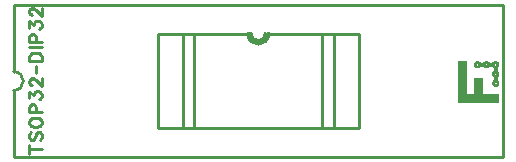
<source format=gbr>
G04 DipTrace 4.1.3.1*
G04 TopSilk.gbr*
%MOIN*%
G04 #@! TF.FileFunction,Legend,Top*
G04 #@! TF.Part,Single*
%ADD10C,0.009843*%
%ADD23C,0.001*%
%ADD34C,0.008749*%
%FSLAX26Y26*%
G04*
G70*
G90*
G75*
G01*
G04 TopSilk*
%LPD*%
X911075Y925207D2*
D10*
Y610218D1*
X1580346D1*
Y925207D1*
X1281138D1*
X1210201D2*
X911075D1*
X1210201D2*
G03X1281138Y925207I35469J32D01*
G01*
X430709Y514969D2*
X2060630D1*
X430709Y1018882D2*
X2060630D1*
Y514969D2*
Y1018882D1*
X430709Y514969D2*
Y735423D1*
Y1018882D2*
Y798429D1*
Y735423D2*
G03X430709Y798429I-45J31503D01*
G01*
X993732Y925211D2*
Y610222D1*
X1497606Y925211D2*
Y610222D1*
X993732D2*
X1497606D1*
X993732Y925211D2*
X1214185D1*
X1277153D2*
X1497606D1*
X1214185D2*
G03X1277153Y925211I31484J-47D01*
G01*
X1033050D2*
Y610222D1*
X1458288D1*
Y925211D1*
X1269268D1*
X1033050D2*
X1222071D1*
G03X1269268Y925211I23598J-57D01*
G01*
X1912282Y696297D2*
D23*
Y833319D1*
X1913277Y696297D2*
Y833319D1*
X1914273Y696297D2*
Y833319D1*
X1915281Y696297D2*
Y833319D1*
X1916277Y696297D2*
Y833319D1*
X1917299Y696297D2*
Y833319D1*
X1918294Y696297D2*
Y833319D1*
X1919289Y696297D2*
Y833319D1*
X1920285Y696297D2*
Y833319D1*
X1921280Y696297D2*
Y833319D1*
X1922274Y696297D2*
Y833319D1*
X1923283Y696297D2*
Y833319D1*
X1924278Y696297D2*
Y833319D1*
X1925274Y696297D2*
Y833319D1*
X1926269Y696297D2*
Y833319D1*
X1927291Y696297D2*
Y833319D1*
X1928286Y696297D2*
Y833319D1*
X1929282Y696297D2*
Y833319D1*
X1930290Y696297D2*
Y833319D1*
X1931286Y696297D2*
Y833319D1*
X1932281Y696297D2*
Y833319D1*
X1933276Y696297D2*
Y833319D1*
X1934272Y696297D2*
Y833319D1*
X1935280Y696297D2*
Y833319D1*
X1936276Y696297D2*
Y833319D1*
X1937298Y696297D2*
Y833319D1*
X1938293Y696297D2*
Y722340D1*
X1939287Y696297D2*
Y722340D1*
X1940283Y696297D2*
Y722340D1*
X1941278Y696297D2*
Y722340D1*
X1942273Y696297D2*
Y722340D1*
X1943282Y696297D2*
Y722340D1*
X1944277Y696297D2*
Y722340D1*
X1945273Y696297D2*
Y722340D1*
X1946295Y696297D2*
Y722340D1*
X1947290Y696297D2*
Y722340D1*
X1948285Y696297D2*
Y722340D1*
X1949281Y696297D2*
Y722340D1*
X1950289Y696297D2*
Y722340D1*
X1951285Y696297D2*
Y722340D1*
X1952280Y696297D2*
Y722340D1*
X1953276Y696297D2*
Y722340D1*
X1954270Y696297D2*
Y722340D1*
X1955265Y696297D2*
Y722340D1*
X1956287Y696297D2*
Y722340D1*
X1957297Y696297D2*
Y722340D1*
X1958291Y696297D2*
Y722340D1*
X1959286Y696297D2*
Y722340D1*
X1960282Y696297D2*
Y722340D1*
X1961277Y696297D2*
Y722340D1*
X1962273Y696297D2*
Y722340D1*
X1963281Y696297D2*
Y722340D1*
X1964277Y696297D2*
Y722340D1*
X1965272Y696297D2*
Y777314D1*
Y818318D2*
Y827324D1*
X1966294Y696297D2*
Y777314D1*
Y816860D2*
Y828534D1*
X1967289Y696297D2*
Y777314D1*
Y815609D2*
Y829538D1*
X1968285Y696297D2*
Y777314D1*
Y814591D2*
Y830459D1*
X1969280Y696297D2*
Y777314D1*
Y813807D2*
Y831188D1*
X1970287Y696297D2*
Y777314D1*
Y813189D2*
Y831765D1*
X1971283Y696297D2*
Y777314D1*
Y812803D2*
Y820352D1*
Y825289D2*
Y832205D1*
X1972278Y696297D2*
Y777314D1*
Y812501D2*
Y819472D1*
Y826114D2*
Y832591D1*
X1973274Y696297D2*
Y777314D1*
Y812404D2*
Y818757D1*
Y826692D2*
Y832934D1*
X1974269Y696297D2*
Y777314D1*
Y812364D2*
Y818029D1*
Y827076D2*
Y833071D1*
X1975291Y696297D2*
Y777314D1*
Y812308D2*
Y817299D1*
Y827118D2*
Y833071D1*
X1976286Y696297D2*
Y777314D1*
Y812364D2*
Y817974D1*
Y826692D2*
Y832879D1*
X1977295Y696297D2*
Y777314D1*
Y812501D2*
Y818606D1*
Y826059D2*
Y832591D1*
X1978290Y696297D2*
Y777314D1*
Y812748D2*
Y819335D1*
Y825329D2*
Y832302D1*
X1979286Y696297D2*
Y777314D1*
Y813189D2*
Y831916D1*
X1980281Y696297D2*
Y777314D1*
Y813766D2*
Y831476D1*
X1981276Y696297D2*
Y777314D1*
Y814535D2*
Y830899D1*
X1982272Y696297D2*
Y777314D1*
Y815361D2*
Y830171D1*
X1983280Y696297D2*
Y777314D1*
Y816131D2*
Y829441D1*
X1984276Y696297D2*
Y777314D1*
Y816722D2*
Y828919D1*
X1985297Y696297D2*
Y777314D1*
Y817052D2*
Y828575D1*
X1986293Y696297D2*
Y777314D1*
Y817203D2*
Y828424D1*
X1987287Y696297D2*
Y777314D1*
Y817299D2*
Y828382D1*
X1988283Y696297D2*
Y777314D1*
Y817299D2*
Y828328D1*
X1989278Y696297D2*
Y777314D1*
Y817299D2*
Y828328D1*
X1990287Y696297D2*
Y777314D1*
Y817299D2*
Y828328D1*
X1991282Y696297D2*
Y777314D1*
Y817299D2*
Y828328D1*
X1992277Y696297D2*
Y777314D1*
Y817299D2*
Y828328D1*
X1993273Y696297D2*
Y722340D1*
Y817299D2*
Y828328D1*
X1994268Y696297D2*
Y722340D1*
Y817108D2*
Y828382D1*
X1995290Y696297D2*
Y722340D1*
Y816722D2*
Y828575D1*
X1996285Y696297D2*
Y722340D1*
Y816034D2*
Y829249D1*
X1997294Y696297D2*
Y722340D1*
Y815265D2*
Y830073D1*
X1998289Y696297D2*
Y722340D1*
Y814440D2*
Y830803D1*
X1999285Y696297D2*
Y722340D1*
Y813766D2*
Y831476D1*
X2000280Y696297D2*
Y722340D1*
Y813189D2*
Y832013D1*
X2001274Y696297D2*
Y722340D1*
Y812748D2*
Y820352D1*
Y825289D2*
Y832493D1*
X2002270Y696297D2*
Y722340D1*
Y812501D2*
Y819528D1*
Y826114D2*
Y832879D1*
X2003278Y696297D2*
Y722340D1*
Y812404D2*
Y818950D1*
Y826692D2*
Y833126D1*
X2004287Y696297D2*
Y722340D1*
Y812364D2*
Y818606D1*
Y827021D2*
Y833223D1*
X2005297Y696297D2*
Y722340D1*
Y812308D2*
Y818454D1*
Y827172D2*
Y833264D1*
X2006291Y696297D2*
Y722340D1*
Y812364D2*
Y818551D1*
Y827076D2*
Y833126D1*
X2007286Y696297D2*
Y722340D1*
Y812501D2*
Y818895D1*
Y826787D2*
Y832879D1*
X2008282Y696297D2*
Y722340D1*
Y812748D2*
Y819335D1*
Y826306D2*
Y832591D1*
X2009277Y696297D2*
Y722340D1*
Y813189D2*
Y832260D1*
X2010286Y696297D2*
Y722340D1*
Y813766D2*
Y831765D1*
X2011281Y696297D2*
Y722340D1*
Y814535D2*
Y831092D1*
X2012276Y696297D2*
Y722340D1*
Y815361D2*
Y830266D1*
X2013272Y696297D2*
Y722340D1*
Y816131D2*
Y829496D1*
X2014294Y696297D2*
Y722340D1*
Y816722D2*
Y828919D1*
X2015289Y696297D2*
Y722340D1*
Y817052D2*
Y828575D1*
X2016283Y696297D2*
Y722340D1*
Y817203D2*
Y828424D1*
X2017280Y696297D2*
Y722340D1*
Y817299D2*
Y828382D1*
X2018287Y696297D2*
Y722340D1*
Y817299D2*
Y828328D1*
X2019283Y696297D2*
Y722340D1*
Y817299D2*
Y828328D1*
X2020278Y696297D2*
Y722340D1*
Y817299D2*
Y828328D1*
X2021273Y696297D2*
Y722340D1*
Y817299D2*
Y828328D1*
X2022269Y696297D2*
Y722340D1*
Y817299D2*
Y828328D1*
X2023277Y696297D2*
Y722340D1*
Y817299D2*
Y828328D1*
X2024286Y696297D2*
Y722340D1*
Y817299D2*
Y828382D1*
X2025295Y696297D2*
Y722340D1*
Y758297D2*
Y763329D1*
Y789318D2*
Y794308D1*
Y817108D2*
Y828534D1*
X2026290Y696297D2*
Y722340D1*
Y756413D2*
Y765117D1*
Y787392D2*
Y796097D1*
Y816722D2*
Y828919D1*
X2027285Y696297D2*
Y722340D1*
Y754818D2*
Y766726D1*
Y785839D2*
Y797692D1*
Y816034D2*
Y829538D1*
X2028281Y696297D2*
Y722340D1*
Y753552D2*
Y768031D1*
Y784533D2*
Y799052D1*
Y815223D2*
Y830266D1*
X2029276Y696297D2*
Y722340D1*
Y752591D2*
Y769188D1*
Y783419D2*
Y800207D1*
Y814302D2*
Y830899D1*
X2030285Y696297D2*
Y722340D1*
Y751916D2*
Y831476D1*
X2031280Y696297D2*
Y722340D1*
Y751421D2*
Y832054D1*
X2032274Y696297D2*
Y722340D1*
Y751037D2*
Y757471D1*
Y764113D2*
Y788507D1*
Y794255D2*
Y819472D1*
Y826114D2*
Y832493D1*
X2033297Y696297D2*
Y722340D1*
Y750706D2*
Y756757D1*
Y764690D2*
Y787778D1*
Y795134D2*
Y818757D1*
Y826692D2*
Y832879D1*
X2034293Y696297D2*
Y722340D1*
Y750500D2*
Y756220D1*
Y765021D2*
Y787241D1*
Y795711D2*
Y818029D1*
Y827021D2*
Y833126D1*
X2035287Y696297D2*
Y722340D1*
Y750404D2*
Y755836D1*
Y765172D2*
Y786802D1*
Y796097D2*
Y817299D1*
Y827172D2*
Y833168D1*
X2036282Y696297D2*
Y722340D1*
Y750404D2*
Y755877D1*
Y765172D2*
Y786898D1*
Y796097D2*
Y817974D1*
Y827172D2*
Y833126D1*
X2037278Y696297D2*
Y722340D1*
Y750500D2*
Y756413D1*
Y764732D2*
Y787434D1*
Y795711D2*
Y818647D1*
Y826732D2*
Y832879D1*
X2038286Y696297D2*
Y722340D1*
Y750748D2*
Y757280D1*
Y764058D2*
Y788259D1*
Y795079D2*
Y819472D1*
Y826059D2*
Y832591D1*
X2039282Y696297D2*
Y722340D1*
Y751133D2*
Y758297D1*
Y763329D2*
Y789318D1*
Y794308D2*
Y820298D1*
Y825329D2*
Y832302D1*
X2040277Y696297D2*
Y722340D1*
Y751614D2*
Y831916D1*
X2041272Y696297D2*
Y722340D1*
Y752109D2*
Y831283D1*
X2042268Y696297D2*
Y722340D1*
Y752783D2*
Y769146D1*
Y783364D2*
Y799301D1*
Y814344D2*
Y830459D1*
X2043290Y696297D2*
Y722340D1*
Y753705D2*
Y767936D1*
Y784533D2*
Y798131D1*
Y815512D2*
Y829441D1*
X2044285Y696297D2*
Y722340D1*
Y754915D2*
Y766630D1*
Y785839D2*
Y796770D1*
Y816860D2*
Y828382D1*
X2045294Y696297D2*
Y722340D1*
Y756316D2*
Y765323D1*
Y787337D2*
Y795327D1*
Y818318D2*
Y827324D1*
G36*
X2046773Y696312D2*
X2046769Y696247D1*
X2046756Y696184D1*
X2046735Y696122D1*
X2046706Y696064D1*
X2046670Y696010D1*
X2046627Y695961D1*
X2046578Y695918D1*
X2046524Y695882D1*
X2046466Y695853D1*
X2046404Y695832D1*
X2046341Y695819D1*
X2046276Y695815D1*
X2046211Y695819D1*
X2046147Y695832D1*
X2046085Y695853D1*
X2046027Y695882D1*
X2045973Y695918D1*
X2045924Y695961D1*
X2045881Y696010D1*
X2045845Y696064D1*
X2045816Y696122D1*
X2045795Y696184D1*
X2045782Y696247D1*
X2045778Y696312D1*
Y696335D1*
X2045782Y696400D1*
X2045795Y696463D1*
X2045816Y696525D1*
X2045845Y696583D1*
X2045881Y696637D1*
X2045924Y696686D1*
X2045973Y696729D1*
X2046027Y696765D1*
X2046085Y696794D1*
X2046147Y696815D1*
X2046211Y696828D1*
X2046276Y696832D1*
X2046341Y696828D1*
X2046404Y696815D1*
X2046466Y696794D1*
X2046524Y696765D1*
X2046578Y696729D1*
X2046627Y696686D1*
X2046670Y696637D1*
X2046706Y696583D1*
X2046735Y696525D1*
X2046756Y696463D1*
X2046769Y696400D1*
X2046773Y696335D1*
Y696312D1*
G37*
X1912282Y696297D2*
D23*
X1913277D1*
X1914273D1*
X1915281D1*
X1916277D1*
X1917299D1*
X1918294D1*
X1919289D1*
X1920285D1*
X1921280D1*
X1922274D1*
X1923283D1*
X1924278D1*
X1925274D1*
X1926269D1*
X1927291D1*
X1928286D1*
X1929282D1*
X1930290D1*
X1931286D1*
X1932281D1*
X1933276D1*
X1934272D1*
X1935280D1*
X1936276D1*
X1937298D1*
X1938293D1*
X1939287D1*
X1940283D1*
X1941278D1*
X1942273D1*
X1943282D1*
X1944277D1*
X1945273D1*
X1946295D1*
X1947290D1*
X1948285D1*
X1949281D1*
X1950289D1*
X1951285D1*
X1952280D1*
X1953276D1*
X1954270D1*
X1955265D1*
X1956287D1*
X1957297D1*
X1958291D1*
X1959286D1*
X1960282D1*
X1961277D1*
X1962273D1*
X1963281D1*
X1964277D1*
X1965272D1*
X1966294D1*
X1967289D1*
X1968285D1*
X1969280D1*
X1970287D1*
X1971283D1*
X1972278D1*
X1973274D1*
X1974269D1*
X1975291D1*
X1976286D1*
X1977295D1*
X1978290D1*
X1979286D1*
X1980281D1*
X1981276D1*
X1982272D1*
X1983280D1*
X1984276D1*
X1985297D1*
X1986293D1*
X1987287D1*
X1988283D1*
X1989278D1*
X1990287D1*
X1991282D1*
X1992277D1*
X1993273D1*
X1994268D1*
X1995290D1*
X1996285D1*
X1997294D1*
X1998289D1*
X1999285D1*
X2000280D1*
X2001274D1*
X2002270D1*
X2003278D1*
X2004287D1*
X2005297D1*
X2006291D1*
X2007286D1*
X2008282D1*
X2009277D1*
X2010286D1*
X2011281D1*
X2012276D1*
X2013272D1*
X2014294D1*
X2015289D1*
X2016283D1*
X2017280D1*
X2018287D1*
X2019283D1*
X2020278D1*
X2021273D1*
X2022269D1*
X2023277D1*
X2024286D1*
X2025295D1*
X2026290D1*
X2027285D1*
X2028281D1*
X2029276D1*
X2030285D1*
X2031280D1*
X2032274D1*
X2033297D1*
X2034293D1*
X2035287D1*
X2036282D1*
X2037278D1*
X2038286D1*
X2039282D1*
X2040277D1*
X2041272D1*
X2042268D1*
X2043290D1*
X2044285D1*
X2045294D1*
X2046289D1*
X1912282Y833319D2*
X1913277D1*
X1914273D1*
X1915281D1*
X1916277D1*
X1917299D1*
X1918294D1*
X1919289D1*
X1920285D1*
X1921280D1*
X1922274D1*
X1923283D1*
X1924278D1*
X1925274D1*
X1926269D1*
X1927291D1*
X1928286D1*
X1929282D1*
X1930290D1*
X1931286D1*
X1932281D1*
X1933276D1*
X1934272D1*
X1935280D1*
X1936276D1*
X1937298D1*
Y722340D2*
X1938293D1*
X1939287D1*
X1940283D1*
X1941278D1*
X1942273D1*
X1943282D1*
X1944277D1*
X1945273D1*
X1946295D1*
X1947290D1*
X1948285D1*
X1949281D1*
X1950289D1*
X1951285D1*
X1952280D1*
X1953276D1*
X1954270D1*
X1955265D1*
X1956287D1*
X1957297D1*
X1958291D1*
X1959286D1*
X1960282D1*
X1961277D1*
X1962273D1*
X1963281D1*
X1964277D1*
X1965272D1*
Y777314D2*
X1966294D1*
X1967289D1*
X1968285D1*
X1969280D1*
X1970287D1*
X1971283D1*
X1972278D1*
X1973274D1*
X1974269D1*
X1975291D1*
X1976286D1*
X1977295D1*
X1978290D1*
X1979286D1*
X1980281D1*
X1981276D1*
X1982272D1*
X1983280D1*
X1984276D1*
X1985297D1*
X1986293D1*
X1987287D1*
X1988283D1*
X1989278D1*
X1990287D1*
X1991282D1*
X1992277D1*
X1965272Y818318D2*
X1966294Y816860D1*
X1967289Y815609D1*
X1968285Y814591D1*
X1969280Y813807D1*
X1970287Y813189D1*
X1971283Y812803D1*
X1972278Y812501D1*
X1973274Y812404D1*
X1974269Y812364D1*
X1975291Y812308D1*
X1976286Y812364D1*
X1977295Y812501D1*
X1978290Y812748D1*
X1979286Y813189D1*
X1980281Y813766D1*
X1981276Y814535D1*
X1982272Y815361D1*
X1983280Y816131D1*
X1984276Y816722D1*
X1985297Y817052D1*
X1986293Y817203D1*
X1987287Y817299D1*
X1988283D1*
X1989278D1*
X1990287D1*
X1991282D1*
X1992277D1*
X1993273D1*
X1994268Y817108D1*
X1995290Y816722D1*
X1996285Y816034D1*
X1997294Y815265D1*
X1998289Y814440D1*
X1999285Y813766D1*
X2000280Y813189D1*
X2001274Y812748D1*
X2002270Y812501D1*
X2003278Y812404D1*
X2004287Y812364D1*
X2005297Y812308D1*
X2006291Y812364D1*
X2007286Y812501D1*
X2008282Y812748D1*
X2009277Y813189D1*
X2010286Y813766D1*
X2011281Y814535D1*
X2012276Y815361D1*
X2013272Y816131D1*
X2014294Y816722D1*
X2015289Y817052D1*
X2016283Y817203D1*
X2017280Y817299D1*
X2018287D1*
X2019283D1*
X2020278D1*
X2021273D1*
X2022269D1*
X2023277D1*
X2024286D1*
X2025295Y817108D1*
X2026290Y816722D1*
X2027285Y816034D1*
X2028281Y815223D1*
X2029276Y814302D1*
X2030285Y813325D1*
X1965272Y827324D2*
X1966294Y828534D1*
X1967289Y829538D1*
X1968285Y830459D1*
X1969280Y831188D1*
X1970287Y831765D1*
X1971283Y832205D1*
X1972278Y832591D1*
X1973274Y832934D1*
X1974269Y833071D1*
X1975291D1*
X1976286Y832879D1*
X1977295Y832591D1*
X1978290Y832302D1*
X1979286Y831916D1*
X1980281Y831476D1*
X1981276Y830899D1*
X1982272Y830171D1*
X1983280Y829441D1*
X1984276Y828919D1*
X1985297Y828575D1*
X1986293Y828424D1*
X1987287Y828382D1*
X1988283Y828328D1*
X1989278D1*
X1990287D1*
X1991282D1*
X1992277D1*
X1993273D1*
X1994268Y828382D1*
X1995290Y828575D1*
X1996285Y829249D1*
X1997294Y830073D1*
X1998289Y830803D1*
X1999285Y831476D1*
X2000280Y832013D1*
X2001274Y832493D1*
X2002270Y832879D1*
X2003278Y833126D1*
X2004287Y833223D1*
X2005297Y833264D1*
X2006291Y833126D1*
X2007286Y832879D1*
X2008282Y832591D1*
X2009277Y832260D1*
X2010286Y831765D1*
X2011281Y831092D1*
X2012276Y830266D1*
X2013272Y829496D1*
X2014294Y828919D1*
X2015289Y828575D1*
X2016283Y828424D1*
X2017280Y828382D1*
X2018287Y828328D1*
X2019283D1*
X2020278D1*
X2021273D1*
X2022269D1*
X2023277D1*
X2024286Y828382D1*
X2025295Y828534D1*
X2026290Y828919D1*
X2027285Y829538D1*
X2028281Y830266D1*
X2029276Y830899D1*
X2030285Y831476D1*
X2031280Y832054D1*
X2032274Y832493D1*
X2033297Y832879D1*
X2034293Y833126D1*
X2035287Y833168D1*
X2036282Y833126D1*
X2037278Y832879D1*
X2038286Y832591D1*
X2039282Y832302D1*
X2040277Y831916D1*
X2041272Y831283D1*
X2042268Y830459D1*
X2043290Y829441D1*
X2044285Y828382D1*
X2045294Y827324D1*
X1970287Y821315D2*
X1971283Y820352D1*
X1972278Y819472D1*
X1973274Y818757D1*
X1974269Y818029D1*
X1975291Y817299D1*
X1976286Y817974D1*
X1977295Y818606D1*
X1978290Y819335D1*
X1970287Y824312D2*
X1971283Y825289D1*
X1972278Y826114D1*
X1973274Y826692D1*
X1974269Y827076D1*
X1975291Y827118D1*
X1976286Y826692D1*
X1977295Y826059D1*
X1978290Y825329D1*
X1992277Y722340D2*
X1993273D1*
X1994268D1*
X1995290D1*
X1996285D1*
X1997294D1*
X1998289D1*
X1999285D1*
X2000280D1*
X2001274D1*
X2002270D1*
X2003278D1*
X2004287D1*
X2005297D1*
X2006291D1*
X2007286D1*
X2008282D1*
X2009277D1*
X2010286D1*
X2011281D1*
X2012276D1*
X2013272D1*
X2014294D1*
X2015289D1*
X2016283D1*
X2017280D1*
X2018287D1*
X2019283D1*
X2020278D1*
X2021273D1*
X2022269D1*
X2023277D1*
X2024286D1*
X2025295D1*
X2026290D1*
X2027285D1*
X2028281D1*
X2029276D1*
X2030285D1*
X2031280D1*
X2032274D1*
X2033297D1*
X2034293D1*
X2035287D1*
X2036282D1*
X2037278D1*
X2038286D1*
X2039282D1*
X2040277D1*
X2041272D1*
X2042268D1*
X2043290D1*
X2044285D1*
X2045294D1*
X2000280Y821315D2*
X2001274Y820352D1*
X2002270Y819528D1*
X2003278Y818950D1*
X2004287Y818606D1*
X2005297Y818454D1*
X2006291Y818551D1*
X2007286Y818895D1*
X2008282Y819335D1*
X2000280Y824312D2*
X2001274Y825289D1*
X2002270Y826114D1*
X2003278Y826692D1*
X2004287Y827021D1*
X2005297Y827172D1*
X2006291Y827076D1*
X2007286Y826787D1*
X2008282Y826306D1*
X2025295Y758297D2*
X2026290Y756413D1*
X2027285Y754818D1*
X2028281Y753552D1*
X2029276Y752591D1*
X2030285Y751916D1*
X2031280Y751421D1*
X2032274Y751037D1*
X2033297Y750706D1*
X2034293Y750500D1*
X2035287Y750404D1*
X2036282D1*
X2037278Y750500D1*
X2038286Y750748D1*
X2039282Y751133D1*
X2040277Y751614D1*
X2041272Y752109D1*
X2042268Y752783D1*
X2043290Y753705D1*
X2044285Y754915D1*
X2045294Y756316D1*
X2025295Y763329D2*
X2026290Y765117D1*
X2027285Y766726D1*
X2028281Y768031D1*
X2029276Y769188D1*
X2030285Y770301D1*
X2025295Y789318D2*
X2026290Y787392D1*
X2027285Y785839D1*
X2028281Y784533D1*
X2029276Y783419D1*
X2030285Y782304D1*
X2025295Y794308D2*
X2026290Y796097D1*
X2027285Y797692D1*
X2028281Y799052D1*
X2029276Y800207D1*
X2030285Y801322D1*
X2031280Y758297D2*
X2032274Y757471D1*
X2033297Y756757D1*
X2034293Y756220D1*
X2035287Y755836D1*
X2036282Y755877D1*
X2037278Y756413D1*
X2038286Y757280D1*
X2039282Y758297D1*
X2031280Y763329D2*
X2032274Y764113D1*
X2033297Y764690D1*
X2034293Y765021D1*
X2035287Y765172D1*
X2036282D1*
X2037278Y764732D1*
X2038286Y764058D1*
X2039282Y763329D1*
X2031280Y789318D2*
X2032274Y788507D1*
X2033297Y787778D1*
X2034293Y787241D1*
X2035287Y786802D1*
X2036282Y786898D1*
X2037278Y787434D1*
X2038286Y788259D1*
X2039282Y789318D1*
X2031280Y793346D2*
X2032274Y794255D1*
X2033297Y795134D1*
X2034293Y795711D1*
X2035287Y796097D1*
X2036282D1*
X2037278Y795711D1*
X2038286Y795079D1*
X2039282Y794308D1*
X2031280Y820298D2*
X2032274Y819472D1*
X2033297Y818757D1*
X2034293Y818029D1*
X2035287Y817299D1*
X2036282Y817974D1*
X2037278Y818647D1*
X2038286Y819472D1*
X2039282Y820298D1*
X2031280Y825329D2*
X2032274Y826114D1*
X2033297Y826692D1*
X2034293Y827021D1*
X2035287Y827172D1*
X2036282D1*
X2037278Y826732D1*
X2038286Y826059D1*
X2039282Y825329D1*
X2041272Y770301D2*
X2042268Y769146D1*
X2043290Y767936D1*
X2044285Y766630D1*
X2045294Y765323D1*
X2041272Y782304D2*
X2042268Y783364D1*
X2043290Y784533D1*
X2044285Y785839D1*
X2045294Y787337D1*
X2041272Y800304D2*
X2042268Y799301D1*
X2043290Y798131D1*
X2044285Y796770D1*
X2045294Y795327D1*
X2041272Y813325D2*
X2042268Y814344D1*
X2043290Y815512D1*
X2044285Y816860D1*
X2045294Y818318D1*
X483004Y538899D2*
D34*
X523196D1*
X483004Y525502D2*
Y552296D1*
X488753Y596589D2*
X484906Y592786D1*
X483004Y587038D1*
Y579389D1*
X484906Y573641D1*
X488753Y569794D1*
X492555D1*
X496402Y571740D1*
X498303Y573641D1*
X500204Y577444D1*
X504051Y588940D1*
X505952Y592786D1*
X507898Y594688D1*
X511700Y596589D1*
X517448D1*
X521251Y592786D1*
X523196Y587038D1*
Y579389D1*
X521251Y573641D1*
X517448Y569794D1*
X483004Y625583D2*
X484906Y621736D1*
X488753Y617933D1*
X492555Y615988D1*
X498303Y614087D1*
X507898D1*
X513602Y615988D1*
X517448Y617933D1*
X521251Y621736D1*
X523196Y625583D1*
Y633232D1*
X521251Y637035D1*
X517448Y640881D1*
X513602Y642783D1*
X507898Y644684D1*
X498303D1*
X492555Y642783D1*
X488753Y640881D1*
X484906Y637035D1*
X483004Y633232D1*
Y625583D1*
X504051Y662182D2*
Y679426D1*
X502150Y685130D1*
X500204Y687075D1*
X496402Y688976D1*
X490654D1*
X486851Y687075D1*
X484906Y685130D1*
X483004Y679426D1*
Y662182D1*
X523196D1*
X483049Y710321D2*
Y731323D1*
X498347Y719872D1*
Y725620D1*
X500249Y729422D1*
X502150Y731323D1*
X507898Y733269D1*
X511700D1*
X517448Y731323D1*
X521295Y727521D1*
X523196Y721773D1*
Y716025D1*
X521295Y710321D1*
X519350Y708420D1*
X515547Y706474D1*
X492599Y752712D2*
X490698D1*
X486851Y754613D1*
X484950Y756515D1*
X483049Y760361D1*
Y768011D1*
X484950Y771813D1*
X486851Y773715D1*
X490698Y775660D1*
X494501D1*
X498347Y773715D1*
X504051Y769912D1*
X523196Y750767D1*
Y777561D1*
X503123Y795059D2*
Y817167D1*
X483004Y834665D2*
X523196D1*
Y848062D1*
X521251Y853810D1*
X517448Y857657D1*
X513602Y859558D1*
X507898Y861459D1*
X498303D1*
X492555Y859558D1*
X488753Y857657D1*
X484906Y853810D1*
X483004Y848062D1*
Y834665D1*
Y878957D2*
X523196D1*
X504051Y896455D2*
Y913699D1*
X502150Y919403D1*
X500204Y921349D1*
X496402Y923250D1*
X490654D1*
X486851Y921349D1*
X484906Y919403D1*
X483004Y913699D1*
Y896455D1*
X523196D1*
X483049Y944594D2*
Y965597D1*
X498347Y954145D1*
Y959893D1*
X500249Y963696D1*
X502150Y965597D1*
X507898Y967542D1*
X511700D1*
X517448Y965597D1*
X521295Y961794D1*
X523196Y956046D1*
Y950298D1*
X521295Y944594D1*
X519350Y942693D1*
X515547Y940748D1*
X492599Y986986D2*
X490698D1*
X486851Y988887D1*
X484950Y990788D1*
X483049Y994635D1*
Y1002284D1*
X484950Y1006087D1*
X486851Y1007988D1*
X490698Y1009933D1*
X494501D1*
X498347Y1007988D1*
X504051Y1004185D1*
X523196Y985040D1*
Y1011835D1*
M02*

</source>
